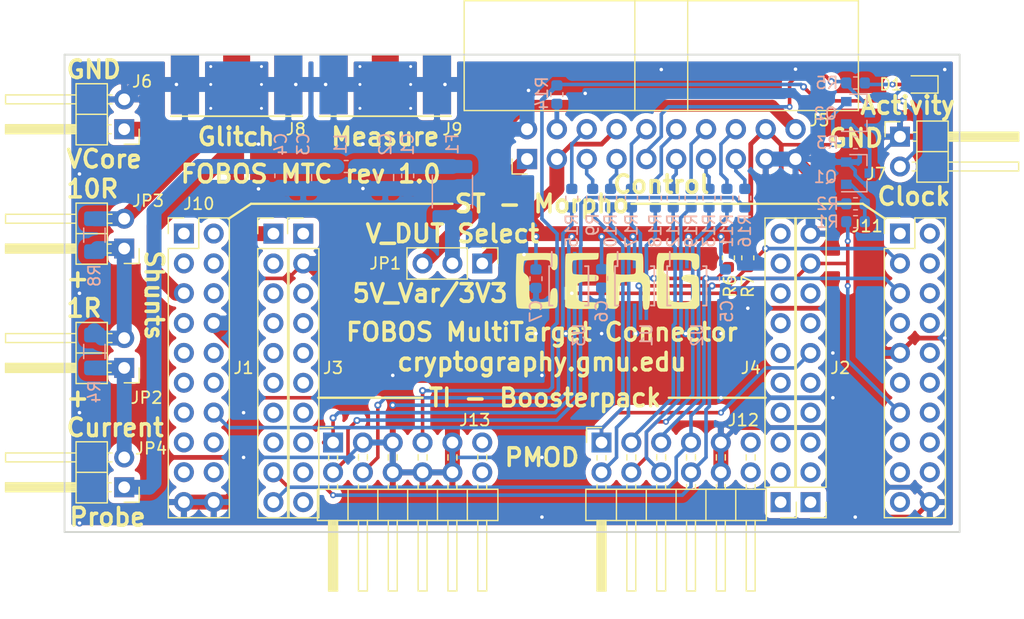
<source format=kicad_pcb>
(kicad_pcb (version 20221018) (generator pcbnew)
  (layers (0 "F.Cu" signal) (31 "B.Cu" signal) (34 "B.Paste" user) (35 "F.Paste" user) (36 "B.SilkS" user "B.Silkscreen") (37 "F.SilkS" user "F.Silkscreen") (38 "B.Mask" user) (39 "F.Mask" user) (44 "Edge.Cuts" user))
  (net 0 "")
  (net 1 "XBD_AVCC")
  (net 2 "Net-(D1-Pad2)")
  (net 3 "Net-(Q1-Pad3)")
  (net 4 "CW_3V3")
  (net 5 "Net-(Q1-Pad1)")
  (net 6 "GND")
  (net 7 "TFD")
  (net 8 "RST")
  (net 9 "Net-(C1-Pad1)")
  (net 10 "CW_5V")
  (net 11 "Net-(J2-Pad1)")
  (net 12 "Net-(J2-Pad2)")
  (net 13 "Net-(J2-Pad3)")
  (net 14 "Net-(J2-Pad4)")
  (net 15 "Net-(J2-Pad5)")
  (net 16 "Net-(J2-Pad7)")
  (net 17 "Net-(J2-Pad8)")
  (net 18 "Net-(J3-Pad10)")
  (net 19 "Net-(J3-Pad9)")
  (net 20 "Net-(J3-Pad8)")
  (net 21 "Net-(J3-Pad7)")
  (net 22 "Net-(J3-Pad6)")
  (net 23 "Net-(J3-Pad5)")
  (net 24 "Net-(J3-Pad4)")
  (net 25 "Net-(J3-Pad3)")
  (net 26 "Net-(J3-Pad1)")
  (net 27 "Net-(J4-Pad1)")
  (net 28 "Net-(J4-Pad2)")
  (net 29 "Net-(J4-Pad3)")
  (net 30 "Net-(J4-Pad4)")
  (net 31 "Net-(J4-Pad5)")
  (net 32 "Net-(J4-Pad6)")
  (net 33 "Net-(J4-Pad7)")
  (net 34 "Net-(J4-Pad8)")
  (net 35 "Net-(J4-Pad9)")
  (net 36 "Net-(J4-Pad10)")
  (net 37 "Net-(J1-Pad8)")
  (net 38 "Net-(J1-Pad7)")
  (net 39 "Net-(J1-Pad6)")
  (net 40 "Net-(J1-Pad5)")
  (net 41 "Net-(J1-Pad4)")
  (net 42 "Net-(J1-Pad3)")
  (net 43 "Net-(J1-Pad2)")
  (net 44 "Net-(J10-Pad1)")
  (net 45 "Net-(J10-Pad2)")
  (net 46 "Net-(J10-Pad3)")
  (net 47 "Net-(J10-Pad4)")
  (net 48 "Net-(J10-Pad6)")
  (net 49 "Net-(J10-Pad7)")
  (net 50 "Net-(J10-Pad9)")
  (net 51 "Net-(J10-Pad10)")
  (net 52 "Net-(J10-Pad11)")
  (net 53 "Net-(J10-Pad12)")
  (net 54 "Net-(J10-Pad13)")
  (net 55 "Net-(J10-Pad15)")
  (net 56 "Net-(J10-Pad16)")
  (net 57 "Net-(J10-Pad17)")
  (net 58 "Net-(J10-Pad18)")
  (net 59 "Net-(J11-Pad19)")
  (net 60 "Net-(J11-Pad18)")
  (net 61 "Net-(J11-Pad17)")
  (net 62 "Net-(J11-Pad16)")
  (net 63 "Net-(J11-Pad15)")
  (net 64 "Net-(J11-Pad14)")
  (net 65 "Net-(J11-Pad12)")
  (net 66 "Net-(J11-Pad11)")
  (net 67 "Net-(J11-Pad10)")
  (net 68 "Net-(J11-Pad8)")
  (net 69 "Net-(J11-Pad7)")
  (net 70 "Net-(J11-Pad6)")
  (net 71 "Net-(J11-Pad4)")
  (net 72 "Net-(J11-Pad2)")
  (net 73 "Net-(J11-Pad1)")
  (net 74 "Net-(J12-Pad6)")
  (net 75 "Net-(J12-Pad12)")
  (net 76 "Net-(J13-Pad12)")
  (net 77 "Net-(J13-Pad6)")
  (net 78 "DIO1")
  (net 79 "DIO0")
  (net 80 "IO")
  (net 81 "Ready")
  (net 82 "Valid")
  (net 83 "DIO3")
  (net 84 "DIO2")
  (net 85 "CLK_D2C")
  (net 86 "CLK_C2D")
  (net 87 "V_XBD")
  (net 88 "Net-(F1-Pad2)")
  (net 89 "TF")
  (net 90 "Net-(JP2-Pad2)")
  (net 91 "Net-(JP2-Pad1)")
  (net 92 "/dutconnect/CW_TARG2")
  (net 93 "/dutconnect/CW_TARG3")
  (net 94 "/dutconnect/CW_TARG1")
  (net 95 "/dutconnect/CW_HS2")
  (net 96 "/dutconnect/CW_HS1")
  (net 97 "/dutconnect/CW_PDIC")
  (net 98 "/dutconnect/CW_SCK")
  (net 99 "/dutconnect/CW_MISO")
  (net 100 "/dutconnect/CV_RST")
  (net 101 "/dutconnect/CW_TARG4")
  (net 102 "Aux")
  (net 103 "/dutconnect/CW_PDID")
  (footprint "LED_SMD:LED_0603_1608Metric" (layer "F.Cu") (at 166.8525 66.04 180)
    (fp_text reference "D1")
    (fp_text value "Activity")
  )
  (footprint "cerg:SMA-JOHNSON-142-0701-801" (layer "F.Cu") (at 121.285 66.04 180)
    (fp_text reference "J9")
    (fp_text value "Measure")
  )
  (footprint "Connector_PinHeader_2.54mm:PinHeader_1x10_P2.54mm_Vertical" (layer "F.Cu") (at 157.48 101.6 180)
    (fp_text reference "J2")
    (fp_text value "Conn_01x10")
  )
  (footprint "Connector_PinHeader_2.54mm:PinHeader_1x10_P2.54mm_Vertical" (layer "F.Cu") (at 114.3 78.74)
    (fp_text reference "J3")
    (fp_text value "Conn_01x10")
  )
  (footprint "Connector_PinHeader_2.54mm:PinHeader_1x10_P2.54mm_Vertical" (layer "F.Cu") (at 154.94 101.6 180)
    (fp_text reference "J4")
    (fp_text value "Conn_01x10")
  )
  (footprint "Connector_PinHeader_2.54mm:PinHeader_1x10_P2.54mm_Vertical" (layer "F.Cu") (at 111.76 78.74)
    (fp_text reference "J1")
    (fp_text value "Conn_01x10")
  )
  (footprint "Connector_IDC:IDC-Header_2x10_P2.54mm_Horizontal" (layer "F.Cu") (at 133.35 72.39 90)
    (fp_text reference "J5")
    (fp_text value "Target")
  )
  (footprint "cerg:PinHeader_2x06_P2.54mm_Horizontal-flipped" (layer "F.Cu") (at 139.7 96.52 90)
    (fp_text reference "J12")
    (fp_text value "Conn_02x06_Top_Bottom")
  )
  (footprint "cerg:PinSocket_2x10_P2.54mm_Vertical-flipped" (layer "F.Cu") (at 165.1 78.74)
    (fp_text reference "J11")
    (fp_text value "Conn_02x10_Odd_Even")
  )
  (footprint "cerg:PinHeader_2x06_P2.54mm_Horizontal-flipped" (layer "F.Cu") (at 116.85 96.52 90)
    (fp_text reference "J13")
    (fp_text value "Conn_02x06_Top_Bottom")
  )
  (footprint "Connector_PinHeader_2.54mm:PinHeader_1x02_P2.54mm_Horizontal" (layer "F.Cu") (at 99.06 90.17 180)
    (fp_text reference "JP2")
    (fp_text value "Shunt1R")
  )
  (footprint "Connector_PinHeader_2.54mm:PinHeader_1x02_P2.54mm_Horizontal" (layer "F.Cu") (at 99.06 80.01 180)
    (fp_text reference "JP3")
    (fp_text value "Shunt10R")
  )
  (footprint "Connector_PinHeader_2.54mm:PinHeader_1x03_P2.54mm_Vertical" (layer "F.Cu") (at 129.54 81.28 -90)
    (fp_text reference "JP1")
    (fp_text value "Source")
  )
  (footprint "Connector_PinHeader_2.54mm:PinHeader_1x02_P2.54mm_Horizontal" (layer "F.Cu") (at 99.06 100.33 180)
    (fp_text reference "JP4")
    (fp_text value "CurProbe")
  )
  (footprint "Connector_PinHeader_2.54mm:PinHeader_1x02_P2.54mm_Horizontal" (layer "F.Cu") (at 165.1 70.485)
    (fp_text reference "J7")
    (fp_text value "clk")
  )
  (footprint "cerg:PinSocket_2x10_P2.54mm_Vertical-flipped" (layer "F.Cu") (at 104.14 78.74)
    (fp_text reference "J10")
    (fp_text value "Conn_02x10_Odd_Even")
  )
  (footprint "Connector_PinHeader_2.54mm:PinHeader_1x02_P2.54mm_Horizontal" (layer "F.Cu") (at 99.06 69.85 180)
    (fp_text reference "J6")
    (fp_text value "Conn_01x02")
  )
  (footprint "Resistor_SMD:R_0603_1608Metric" (layer "F.Cu") (at 152.146 80.7975 90)
    (fp_text reference "R7")
    (fp_text value "10k")
  )
  (footprint "Resistor_SMD:R_0603_1608Metric" (layer "F.Cu") (at 150.495 80.7975 90)
    (fp_text reference "R6")
    (fp_text value "10k")
  )
  (footprint "cerg:SMA-JOHNSON-142-0701-801" (layer "F.Cu") (at 108.63 66.04 180)
    (fp_text reference "J8")
    (fp_text value "Glitch")
  )
  (footprint "cerg:cerg_logo" (layer "F.Cu") (at 140.208 82.804)
    (fp_text reference "G***" hide)
    (fp_text value "LOGO" hide)
  )
  (footprint "Resistor_SMD:R_1206_3216Metric" (layer "B.Cu") (at 96.52 88.77 -90)
    (fp_text reference "R4")
    (fp_text value "1R")
  )
  (footprint "Resistor_SMD:R_0603_1608Metric" (layer "B.Cu") (at 161.3155 65.913)
    (fp_text reference "R5")
    (fp_text value "470R")
  )
  (footprint "Resistor_SMD:R_0603_1608Metric" (layer "B.Cu") (at 161.3155 70.993)
    (fp_text reference "R3")
    (fp_text value "10k")
  )
  (footprint "Resistor_SMD:R_0603_1608Metric" (layer "B.Cu") (at 161.3155 76.2 180)
    (fp_text reference "R2")
    (fp_text value "10k")
  )
  (footprint "Resistor_SMD:R_0603_1608Metric" (layer "B.Cu") (at 161.3155 77.724 180)
    (fp_text reference "R1")
    (fp_text value "22R")
  )
  (footprint "Package_TO_SOT_SMD:SOT-23" (layer "B.Cu") (at 161.528 73.594)
    (fp_text reference "Q1")
    (fp_text value "BSS138")
  )
  (footprint "Package_TO_SOT_SMD:SOT-23" (layer "B.Cu") (at 161.528 68.453)
    (fp_text reference "Q2")
    (fp_text value "BSS84")
  )
  (footprint "Inductor_SMD:L_0603_1608Metric" (layer "B.Cu") (at 117.9575 73.025)
    (fp_text reference "L1")
    (fp_text value "1k/500mA")
  )
  (footprint "Capacitor_SMD:C_0805_2012Metric" (layer "B.Cu") (at 114.3 73.9625 -90)
    (fp_text reference "C3")
    (fp_text value "47uF6.3V")
  )
  (footprint "Capacitor_SMD:C_0805_2012Metric" (layer "B.Cu") (at 121.285 73.9625 -90)
    (fp_text reference "C2")
    (fp_text value "10uF")
  )
  (footprint "Capacitor_SMD:C_0603_1608Metric" (layer "B.Cu") (at 123.19 73.8125 -90)
    (fp_text reference "C1")
    (fp_text value "100nF")
  )
  (footprint "Capacitor_SMD:C_0603_1608Metric" (layer "B.Cu") (at 112.395 73.8125 -90)
    (fp_text reference "C4")
    (fp_text value "100nF")
  )
  (footprint "Fuse:Fuse_1812_4532Metric" (layer "B.Cu") (at 127 75.1625 -90)
    (fp_text reference "F1")
    (fp_text value "MF-MSMF050-2")
  )
  (footprint "Resistor_SMD:R_1206_3216Metric" (layer "B.Cu") (at 96.52 78.87 -90)
    (fp_text reference "R8")
    (fp_text value "10R")
  )
  (footprint "Package_SO:MSOP-10_3x3mm_P0.5mm" (layer "B.Cu") (at 136.906 83.185 -90)
    (fp_text reference "U3")
    (fp_text value "SP3003-04ATG")
  )
  (footprint "Resistor_SMD:R_0603_1608Metric" (layer "B.Cu") (at 151.892 75.7175 -90)
    (fp_text reference "R16")
    (fp_text value "22R")
  )
  (footprint "Package_SO:MSOP-10_3x3mm_P0.5mm" (layer "B.Cu") (at 142.51 83.185 -90)
    (fp_text reference "U1")
    (fp_text value "SP3003-04ATG")
  )
  (footprint "Capacitor_SMD:C_0603_1608Metric" (layer "B.Cu") (at 139.7 82.55 -90)
    (fp_text reference "C6")
    (fp_text value "100nF")
  )
  (footprint "Capacitor_SMD:C_0603_1608Metric" (layer "B.Cu") (at 150.241 82.5755 -90)
    (fp_text reference "C5")
    (fp_text value "100nF")
  )
  (footprint "Resistor_SMD:R_0603_1608Metric" (layer "B.Cu") (at 144.272 75.7175 90)
    (fp_text reference "R18")
    (fp_text value "22R")
  )
  (footprint "Resistor_SMD:R_0603_1608Metric" (layer "B.Cu") (at 147.32 75.7175 90)
    (fp_text reference "R19")
    (fp_text value "22R")
  )
  (footprint "Resistor_SMD:R_0603_1608Metric" (layer "B.Cu") (at 142.24 75.7175 90)
    (fp_text reference "R17")
    (fp_text value "22R")
  )
  (footprint "Resistor_SMD:R_0603_1608Metric" (layer "B.Cu") (at 137.16 75.7175 90)
    (fp_text reference "R15")
    (fp_text value "22R")
  )
  (footprint "Resistor_SMD:R_0603_1608Metric" (layer "B.Cu") (at 135.89 66.9035 -90)
    (fp_text reference "R14")
    (fp_text value "22R")
  )
  (footprint "Resistor_SMD:R_0603_1608Metric" (layer "B.Cu") (at 148.844 75.7175 -90)
    (fp_text reference "R13")
    (fp_text value "22R")
  )
  (footprint "Resistor_SMD:R_0603_1608Metric" (layer "B.Cu") (at 145.796 75.7175 -90)
    (fp_text reference "R12")
    (fp_text value "22R")
  )
  (footprint "Resistor_SMD:R_0603_1608Metric" (layer "B.Cu") (at 140.462 75.7175 -90)
    (fp_text reference "R10")
    (fp_text value "22R")
  )
  (footprint "Package_SO:MSOP-10_3x3mm_P0.5mm" (layer "B.Cu") (at 146.955 83.185 -90)
    (fp_text reference "U2")
    (fp_text value "SP3003-04ATG")
  )
  (footprint "Capacitor_SMD:C_0603_1608Metric" (layer "B.Cu") (at 134.112 82.5755 -90)
    (fp_text reference "C7")
    (fp_text value "100nF")
  )
  (footprint "Resistor_SMD:R_0603_1608Metric" (layer "B.Cu") (at 150.368 75.7175 90)
    (fp_text reference "R11")
    (fp_text value "22R")
  )
  (footprint "Resistor_SMD:R_0603_1608Metric" (layer "B.Cu") (at 138.938 75.7175 -90)
    (fp_text reference "R9")
    (fp_text value "22R")
  )
  (gr_line (start 161.925 76.2) (end 142.24 76.2) (stroke (width 0.2)) (layer "F.SilkS"))
  (gr_line (start 109.855 76.2) (end 127 76.2) (stroke (width 0.2)) (layer "F.SilkS"))
  (gr_line (start 145.415 92.71) (end 153.67 92.71) (stroke (width 0.2)) (layer "F.SilkS"))
  (gr_line (start 124.46 92.71) (end 115.57 92.71) (stroke (width 0.2)) (layer "F.SilkS"))
  (gr_line (start 163.83 77.47) (end 161.925 76.2) (stroke (width 0.2)) (layer "F.SilkS"))
  (gr_line (start 107.95 77.47) (end 109.855 76.2) (stroke (width 0.2)) (layer "F.SilkS"))
  (gr_line (start 93.98 63.5) (end 170.18 63.5) (stroke (width 0.15)) (layer "Edge.Cuts"))
  (gr_line (start 93.98 104.14) (end 93.98 63.5) (stroke (width 0.15)) (layer "Edge.Cuts"))
  (gr_line (start 170.18 63.5) (end 170.18 104.14) (stroke (width 0.15)) (layer "Edge.Cuts"))
  (gr_line (start 170.18 104.14) (end 93.98 104.14) (stroke (width 0.15)) (layer "Edge.Cuts"))
  (gr_text "GND" (at 93.98 64.77) (layer "F.SilkS") (effects (font (size 1.5 1.5) (thickness 0.3)) (justify left)))
  (gr_text "FOBOS MultiTarget Connector" (at 134.62 87.122) (layer "F.SilkS") (effects (font (size 1.5 1.5) (thickness 0.3))))
  (gr_text "+" (at 93.98 92.71) (layer "F.SilkS") (effects (font (size 1.5 1.5) (thickness 0.3)) (justify left)))
  (gr_text "TI - Boosterpack" (at 134.874 92.71) (layer "F.SilkS") (effects (font (size 1.5 1.5) (thickness 0.3))))
  (gr_text "GND" (at 163.83 70.612) (layer "F.SilkS") (effects (font (size 1.5 1.5) (thickness 0.3)) (justify right)))
  (gr_text "Activity" (at 161.56 67.818) (layer "F.SilkS") (effects (font (size 1.5 1.5) (thickness 0.3)) (justify left)))
  (gr_text "Probe" (at 94.234 102.87) (layer "F.SilkS") (effects (font (size 1.5 1.5) (thickness 0.3)) (justify left)))
  (gr_text "+" (at 93.98 82.55) (layer "F.SilkS") (effects (font (size 1.5 1.5) (thickness 0.3)) (justify left)))
  (gr_text "Current" (at 93.98 95.25) (layer "F.SilkS") (effects (font (size 1.5 1.5) (thickness 0.3)) (justify left)))
  (gr_text "VCore" (at 93.98 72.39) (layer "F.SilkS") (effects (font (size 1.5 1.5) (thickness 0.3)) (justify left)))
  (gr_text "10R" (at 93.98 74.93) (layer "F.SilkS") (effects (font (size 1.5 1.5) (thickness 0.3)) (justify left)))
  (gr_text "Measure" (at 121.285 70.485) (layer "F.SilkS") (effects (font (size 1.5 1.5) (thickness 0.3))))
  (gr_text "Control" (at 144.78 74.549) (layer "F.SilkS") (effects (font (size 1.5 1.5) (thickness 0.3))))
  (gr_text "V_DUT Select" (at 127 78.74) (layer "F.SilkS") (effects (font (size 1.5 1.5) (thickness 0.3))))
  (gr_text "Shunts" (at 101.6 80.01 270) (layer "F.SilkS") (effects (font (size 1.5 1.5) (thickness 0.3)) (justify left)))
  (gr_text "1R" (at 93.98 85.09) (layer "F.SilkS") (effects (font (size 1.5 1.5) (thickness 0.3)) (justify left)))
  (gr_text "ST - Morpho" (at 134.62 76.2) (layer "F.SilkS") (effects (font (size 1.5 1.5) (thickness 0.3))))
  (gr_text "FOBOS MTC rev 1.0" (at 114.935 73.66) (layer "F.SilkS") (effects (font (size 1.5 1.5) (thickness 0.3))))
  (gr_text "5V_Var/3V3" (at 125.095 83.82) (layer "F.SilkS") (effects (font (size 1.5 1.5) (thickness 0.3))))
  (gr_text "PMOD" (at 134.62 97.79) (layer "F.SilkS") (effects (font (size 1.5 1.5) (thickness 0.3))))
  (gr_text "Clock" (at 169.545 75.565) (layer "F.SilkS") (effects (font (size 1.5 1.5) (thickness 0.3)) (justify right)))
  (gr_text "cryptography.gmu.edu" (at 134.62 89.662) (layer "F.SilkS") (effects (font (size 1.5 1.5) (thickness 0.3))))
  (gr_text "Glitch" (at 108.585 70.485) (layer "F.SilkS") (effects (font (size 1.5 1.5) (thickness 0.3))))
  (segment (start 101.6 76.835) (end 101.6 99.91) (width 1.27) (layer "B.Cu") (net 1))
  (segment (start 101.6 99.91) (end 101.18 100.33) (width 1.27) (layer "B.Cu") (net 1))
  (segment (start 101.18 100.33) (end 99.06 100.33) (width 1.27) (layer "B.Cu") (net 1))
  (segment (start 117.17 73.025) (end 114.3 73.025) (width 1.27) (layer "B.Cu") (net 1))
  (segment (start 105.41 73.025) (end 101.6 76.835) (width 1.27) (layer "B.Cu") (net 1))
  (segment (start 112.395 73.025) (end 105.41 73.025) (width 1.27) (layer "B.Cu") (net 1))
  (segment (start 114.3 73.025) (end 112.395 73.025) (width 1.27) (layer "B.Cu") (net 1))
  (segment (start 164.465 66.04) (end 166.065 66.04) (width 0.3048) (layer "F.Cu") (net 2))
  (via (at 164.465 66.04) (size 0.508) (drill 0.254) (layers "F.Cu" "B.Cu") (net 2))
  (segment (start 164.465 66.04) (end 162.103 66.04) (width 0.3048) (layer "B.Cu") (net 2))
  (segment (start 162.528 71.545) (end 162.103 71.12) (width 0.3048) (layer "B.Cu") (net 3))
  (segment (start 161.031 69.464) (end 162.103 70.536) (width 0.3048) (layer "B.Cu") (net 3))
  (segment (start 162.103 70.536) (end 162.103 71.12) (width 0.3048) (layer "B.Cu") (net 3))
  (segment (start 160.528 69.464) (end 161.031 69.464) (width 0.3048) (layer "B.Cu") (net 3))
  (segment (start 162.528 73.594) (end 162.528 71.545) (width 0.3048) (layer "B.Cu") (net 3))
  (segment (start 133.604 77.724) (end 134.239 78.359) (width 1.27) (layer "F.Cu") (net 4))
  (segment (start 152.4 71.12) (end 152.4 78.74) (width 0.4064) (layer "F.Cu") (net 4))
  (segment (start 135.89 74.93) (end 129.54 81.28) (width 1.27) (layer "F.Cu") (net 4))
  (segment (start 152.146 78.74) (end 152.146 80.01) (width 0.3048) (layer "F.Cu") (net 4))
  (segment (start 135.89 72.39) (end 137.16 71.12) (width 0.4064) (layer "F.Cu") (net 4))
  (segment (start 154.990799 71.170799) (end 154.990799 76.149201) (width 0.4064) (layer "F.Cu") (net 4))
  (segment (start 159.334201 71.170799) (end 159.385 71.12) (width 0.3048) (layer "F.Cu") (net 4))
  (segment (start 153.67 69.85) (end 152.4 71.12) (width 0.4064) (layer "F.Cu") (net 4))
  (segment (start 140.106401 70.713599) (end 140.97 69.85) (width 0.4064) (layer "F.Cu") (net 4))
  (segment (start 150.495 80.01) (end 150.495 78.74) (width 0.3048) (layer "F.Cu") (net 4))
  (segment (start 132.08 78.74) (end 152.146 78.74) (width 1.27) (layer "F.Cu") (net 4))
  (segment (start 152.4 78.74) (end 154.94 76.2) (width 0.4064) (layer "F.Cu") (net 4))
  (segment (start 137.16 71.12) (end 139.7 71.12) (width 0.4064) (layer "F.Cu") (net 4))
  (segment (start 134.62 76.2) (end 135.255 75.565) (width 1.27) (layer "F.Cu") (net 4))
  (segment (start 139.7 71.12) (end 140.106401 70.713599) (width 0.4064) (layer "F.Cu") (net 4))
  (segment (start 154.990799 71.170799) (end 159.334201 71.170799) (width 0.3048) (layer "F.Cu") (net 4))
  (segment (start 153.67 69.85) (end 154.990799 71.170799) (width 0.4064) (layer "F.Cu") (net 4))
  (segment (start 154.990799 76.149201) (end 152.4 78.74) (width 0.4064) (layer "F.Cu") (net 4))
  (segment (start 135.89 72.39) (end 135.89 74.93) (width 1.27) (layer "F.Cu") (net 4))
  (via (at 137.16 78.994) (size 0.6) (drill 0.3) (layers "F.Cu" "B.Cu") (net 4))
  (via (at 159.385 71.12) (size 0.508) (drill 0.254) (layers "F.Cu" "B.Cu") (net 4))
  (via (at 139.7 78.994) (size 0.6) (drill 0.3) (layers "F.Cu" "B.Cu") (net 4))
  (via (at 134.112 78.994) (size 0.6) (drill 0.3) (layers "F.Cu" "B.Cu") (net 4))
  (via (at 147.100975 78.992693) (size 0.6) (drill 0.3) (layers "F.Cu" "B.Cu") (net 4))
  (via (at 149.86 78.994) (size 0.6) (drill 0.3) (layers "F.Cu" "B.Cu") (net 4))
  (via (at 142.367 78.994) (size 0.6) (drill 0.3) (layers "F.Cu" "B.Cu") (net 4))
  (segment (start 146.939 79.375) (end 146.939 79.375) (width 0.3048) (layer "B.Cu") (net 4))
  (segment (start 160.478 67.564) (end 160.528 67.564) (width 0.3048) (layer "B.Cu") (net 4))
  (segment (start 134.112 78.994) (end 134.112 81.788) (width 0.3048) (layer "B.Cu") (net 4))
  (segment (start 149.86 81.407) (end 150.241 81.788) (width 0.3048) (layer "B.Cu") (net 4))
  (segment (start 159.385 68.657) (end 160.478 67.564) (width 0.3048) (layer "B.Cu") (net 4))
  (segment (start 159.385 71.12) (end 159.385 68.657) (width 0.3048) (layer "B.Cu") (net 4))
  (segment (start 139.7 81.7625) (end 139.7 78.994) (width 0.3048) (layer "B.Cu") (net 4))
  (segment (start 142.51 79.137) (end 142.367 78.994) (width 0.3048) (layer "B.Cu") (net 4))
  (segment (start 136.906 79.248) (end 137.16 78.994) (width 0.3048) (layer "B.Cu") (net 4))
  (segment (start 146.955 79.138668) (end 147.100975 78.992693) (width 0.3048) (layer "B.Cu") (net 4))
  (segment (start 146.955 80.985) (end 146.955 79.138668) (width 0.3048) (layer "B.Cu") (net 4))
  (segment (start 136.906 80.985) (end 136.906 79.248) (width 0.3048) (layer "B.Cu") (net 4))
  (segment (start 149.86 78.994) (end 149.86 81.407) (width 0.3048) (layer "B.Cu") (net 4))
  (segment (start 142.51 80.985) (end 142.51 79.137) (width 0.3048) (layer "B.Cu") (net 4))
  (segment (start 159.385 71.12) (end 160.528 71.12) (width 0.3048) (layer "B.Cu") (net 4))
  (segment (start 160.904 74.544) (end 162.103 75.743) (width 0.3048) (layer "B.Cu") (net 5))
  (segment (start 162.103 75.743) (end 162.103 76.2) (width 0.3048) (layer "B.Cu") (net 5))
  (segment (start 162.103 76.2) (end 162.103 77.724) (width 0.3048) (layer "B.Cu") (net 5))
  (segment (start 160.528 74.544) (end 160.904 74.544) (width 0.3048) (layer "B.Cu") (net 5))
  (segment (start 116.205 66.04) (end 113.665 66.04) (width 1.27) (layer "F.Cu") (net 6))
  (segment (start 113.665 66.04) (end 113.03 66.04) (width 1.27) (layer "F.Cu") (net 6))
  (segment (start 159.385 92.71) (end 161.645599 92.71) (width 0.4064) (layer "F.Cu") (net 6))
  (segment (start 109.22 97.79) (end 109.22 97.79) (width 0.4064) (layer "F.Cu") (net 6))
  (segment (start 121.92 90.805) (end 117.221 90.805) (width 1.27) (layer "F.Cu") (net 6))
  (segment (start 109.22 93.98) (end 109.22 88.893514) (width 0.4064) (layer "F.Cu") (net 6))
  (segment (start 109.22 97.79) (end 109.22 97.79) (width 0.4064) (layer "F.Cu") (net 6))
  (segment (start 149.479 87.249) (end 149.479 87.249) (width 0.3048) (layer "F.Cu") (net 6))
  (segment (start 141.605 87.249) (end 139.7 87.249) (width 0.3048) (layer "F.Cu") (net 6))
  (segment (start 114.935 81.28) (end 114.3 81.28) (width 1.27) (layer "F.Cu") (net 6))
  (segment (start 125.349 90.805) (end 121.92 90.805) (width 1.27) (layer "F.Cu") (net 6))
  (segment (start 102.8564 97.79) (end 108.920001 97.79) (width 0.4064) (layer "F.Cu") (net 6))
  (segment (start 109.358801 82.55) (end 109.358801 84.697199) (width 0.3048) (layer "F.Cu") (net 6))
  (segment (start 168.91 87.63) (end 166.360026 87.63) (width 0.4064) (layer "F.Cu") (net 6))
  (segment (start 106.678256 101.59177) (end 104.138256 101.59177) (width 1.27) (layer "F.Cu") (net 6))
  (segment (start 156.21 72.39) (end 161.645599 77.825599) (width 1.016) (layer "F.Cu") (net 6))
  (segment (start 161.645599 85.09) (end 161.645599 86.715599) (width 1.016) (layer "F.Cu") (net 6))
  (segment (start 166.2548 70.485) (end 165.1 70.485) (width 0.3048) (layer "F.Cu") (net 6))
  (segment (start 161.645599 100.685599) (end 161.645599 98.145599) (width 0.4064) (layer "F.Cu") (net 6))
  (segment (start 139.7 87.249) (end 136.65199 87.249) (width 0.3048) (layer "F.Cu") (net 6))
  (segment (start 109.358801 84.697199) (end 107.70423 86.35177) (width 0.3048) (layer "F.Cu") (net 6))
  (segment (start 107.528255 87.201769) (end 106.678256 86.35177) (width 0.4064) (layer "F.Cu") (net 6))
  (segment (start 134.112 87.249) (end 136.65199 87.249) (width 0.3048) (layer "F.Cu") (net 6))
  (segment (start 115.316 92.71) (end 117.221 90.805) (width 0.3048) (layer "F.Cu") (net 6))
  (segment (start 142.621 87.249) (end 146.858021 87.249) (width 0.3048) (layer "F.Cu") (net 6))
  (segment (start 116.84 90.424) (end 116.84 83.185) (width 1.27) (layer "F.Cu") (net 6))
  (segment (start 109.22 99.06) (end 109.22 96.52) (width 1.27) (layer "F.Cu") (net 6))
  (segment (start 151.12 95.25) (end 158.75 95.25) (width 0.4064) (layer "F.Cu") (net 6))
  (segment (start 127 99.06) (end 127 92.456) (width 1.27) (layer "F.Cu") (net 6))
  (segment (start 146.812 87.249) (end 146.812 87.249) (width 0.3048) (layer "F.Cu") (net 6))
  (segment (start 163.82177 88.89177) (end 165.098256 88.89177) (width 1.016) (layer "F.Cu") (net 6))
  (segment (start 114.3 81.28) (end 113.03 82.55) (width 0.3048) (layer "F.Cu") (net 6))
  (segment (start 163.83 102.87) (end 161.645599 100.685599) (width 0.4064) (layer "F.Cu") (net 6))
  (segment (start 117.221 90.805) (end 116.84 90.424) (width 1.27) (layer "F.Cu") (net 6))
  (segment (start 167.638256 101.59177) (end 166.376486 100.33) (width 0.4064) (layer "F.Cu") (net 6))
  (segment (start 166.360026 102.87) (end 163.83 102.87) (width 0.4064) (layer "F.Cu") (net 6))
  (segment (start 109.22 88.893514) (end 109.22 96.52) (width 1.27) (layer "F.Cu") (net 6))
  (segment (start 108.920001 97.79) (end 108.920001 96.819999) (width 0.4064) (layer "F.Cu") (net 6))
  (segment (start 116.84 83.185) (end 114.935 81.28) (width 1.27) (layer "F.Cu") (net 6))
  (segment (start 152.019004 85.09) (end 152.146004 85.09) (width 0.3048) (layer "F.Cu") (net 6))
  (segment (start 167.64 69.0998) (end 166.2548 70.485) (width 0.3048) (layer "F.Cu") (net 6))
  (segment (start 141.605 87.249) (end 142.621 87.249) (width 0.3048) (layer "F.Cu") (net 6))
  (segment (start 110.49 92.71) (end 115.316 92.71) (width 0.3048) (layer "F.Cu") (net 6))
  (segment (start 109.22 99.06) (end 109.22 100.33) (width 1.27) (layer "F.Cu") (net 6))
  (segment (start 168.91 65.786) (end 168.656 66.04) (width 0.3048) (layer "F.Cu") (net 6))
  (segment (start 109.22 100.33) (end 107.95823 101.59177) (width 1.27) (layer "F.Cu") (net 6))
  (segment (start 167.64 66.04) (end 167.64 69.0998) (width 0.3048) (layer "F.Cu") (net 6))
  (segment (start 138.303 66.802) (end 133.731002 66.802) (width 0.3048) (layer "F.Cu") (net 6))
  (segment (start 161.645599 86.715599) (end 161.645599 92.71) (width 1.016) (layer "F.Cu") (net 6))
  (segment (start 109.22 88.893514) (end 107.528255 87.201769) (width 0.4064) (layer "F.Cu") (net 6))
  (segment (start 108.920001 96.819999) (end 109.22 96.52) (width 0.4064) (layer "F.Cu") (net 6))
  (segment (start 153.924 85.09) (end 152.146004 85.09) (width 0.3048) (layer "F.Cu") (net 6))
  (segment (start 161.645599 77.825599) (end 161.645599 85.09) (width 1.016) (layer "F.Cu") (net 6))
  (segment (start 149.860004 87.249) (end 152.019004 85.09) (width 0.3048) (layer "F.Cu") (net 6))
  (segment (start 161.645599 86.715599) (end 163.82177 88.89177) (width 1.016) (layer "F.Cu") (net 6))
  (segment (start 168.656 66.04) (end 167.64 66.04) (width 0.3048) (layer "F.Cu") (net 6))
  (segment (start 127 92.456) (end 125.349 90.805) (width 1.27) (layer "F.Cu") (net 6))
  (segment (start 159.004 85.09) (end 161.645599 85.09) (width 0.3048) (layer "F.Cu") (net 6))
  (segment (start 107.70423 86.35177) (end 106.678256 86.35177) (width 0.3048) (layer "F.Cu") (net 6))
  (segment (start 149.85 99.06) (end 149.85 96.52) (width 1.27) (layer "F.Cu") (net 6))
  (segment (start 109.22 93.98) (end 109.22 93.98) (width 0.4064) (layer "F.Cu") (net 6))
  (segment (start 107.95823 101.59177) (end 106.678256 101.59177) (width 1.27) (layer "F.Cu") (net 6))
  (segment (start 106.678256 86.35177) (end 109.22 88.893514) (width 1.27) (layer "F.Cu") (net 6))
  (segment (start 121.92 96.52) (end 121.92 93.345) (width 0.3048) (layer "F.Cu") (net 6))
  (segment (start 149.85 96.52) (end 151.12 95.25) (width 0.4064) (layer "F.Cu") (net 6))
  (segment (start 116.885 66.04) (end 116.205 66.04) (width 1.27) (layer "F.Cu") (net 6))
  (segment (start 109.22 93.98) (end 110.49 92.71) (width 0.3048) (layer "F.Cu") (net 6))
  (segment (start 153.924 85.09) (end 159.004 85.09) (width 0.4064) (layer "F.Cu") (net 6))
  (segment (start 146.858021 87.249) (end 149.860004 87.249) (width 0.3048) (layer "F.Cu") (net 6))
  (segment (start 167.638256 101.59177) (end 166.360026 102.87) (width 0.4064) (layer "F.Cu") (net 6))
  (segment (start 166.360026 87.63) (end 165.098256 88.89177) (width 0.4064) (layer "F.Cu") (net 6))
  (segment (start 158.75 95.25) (end 161.747199 92.252801) (width 0.4064) (layer "F.Cu") (net 6))
  (segment (start 133.731002 66.802) (end 133.477002 66.548) (width 0.3048) (layer "F.Cu") (net 6))
  (segment (start 113.03 82.55) (end 109.358801 82.55) (width 0.3048) (layer "F.Cu") (net 6))
  (segment (start 161.645599 92.71) (end 161.645599 98.145599) (width 1.016) (layer "F.Cu") (net 6))
  (segment (start 166.376486 100.33) (end 163.83 100.33) (width 0.4064) (layer "F.Cu") (net 6))
  (segment (start 163.83 100.33) (end 161.747199 98.247199) (width 0.4064) (layer "F.Cu") (net 6))
  (segment (start 168.91 64.77) (end 168.91 65.786) (width 0.3048) (layer "F.Cu") (net 6))
  (via (at 119.38 74.9) (size 0.6) (drill 0.3) (layers "F.Cu" "B.Cu") (net 6))
  (via (at 152.146004 85.09) (size 0.6) (drill 0.3) (layers "F.Cu" "B.Cu") (net 6))
  (via (at 146.858021 87.249) (size 0.6) (drill 0.3) (layers "F.Cu" "B.Cu") (net 6))
  (via (at 161.29 102.87) (size 0.6) (drill 0.3) (layers "F.Cu" "B.Cu") (net 6))
  (via (at 119.126 66.04) (size 0.508) (drill 0.254) (layers "F.Cu" "B.Cu") (net 6))
  (via (at 156.205394 64.741134) (size 0.6) (drill 0.3) (layers "F.Cu" "B.Cu") (net 6))
  (via (at 123.444 64.516) (size 0.508) (drill 0.254) (layers "F.Cu" "B.Cu") (net 6))
  (via (at 110.49 71.12) (size 0.6) (drill 0.3) (layers "F.Cu" "B.Cu") (net 6))
  (via (at 149.860004 87.249) (size 0.6) (drill 0.3) (layers "F.Cu" "B.Cu") (net 6))
  (via (at 106.426 68.072) (size 0.508) (drill 0.254) (layers "F.Cu" "B.Cu") (net 6))
  (via (at 106.426 64.516) (size 0.508) (drill 0.254) (layers "F.Cu" "B.Cu") (net 6))
  (via (at 119.126 64.516) (size 0.508) (drill 0.254) (layers "F.Cu" "B.Cu") (net 6))
  (via (at 121.92 93.345) (size 0.6) (drill 0.3) (layers "F.Cu" "B.Cu") (net 6))
  (via (at 121.92 90.805) (size 0.6) (drill 0.3) (layers "F.Cu" "B.Cu") (net 6))
  (via (at 106.426 66.04) (size 0.508) (drill 0.254) (layers "F.Cu" "B.Cu") (net 6))
  (via (at 110.744 64.516) (size 0.508) (drill 0.254) (layers "F.Cu" "B.Cu") (net 6))
  (via (at 134.62 97.79) (size 0.6) (drill 0.3) (layers "F.Cu" "B.Cu") (net 6))
  (via (at 119.126 68.072) (size 0.508) (drill 0.254) (layers "F.Cu" "B.Cu") (net 6))
  (via (at 113.665 66.04) (size 0.6) (drill 0.3) (layers "F.Cu" "B.Cu") (net 6))
  (via (at 123.444 68.072) (size 0.508) (drill 0.254) (layers "F.Cu" "B.Cu") (net 6))
  (via (at 142.621 87.249) (size 0.6) (drill 0.3) (layers "F.Cu" "B.Cu") (net 6))
  (via (at 126.365 66.04) (size 0.6) (drill 0.3) (layers "F.Cu" "B.Cu") (net 6))
  (via (at 133.096 80.518) (size 0.6) (drill 0.3) (layers "F.Cu" "B.Cu") (net 6))
  (via (at 136.65199 87.249) (size 0.6) (drill 0.3) (layers "F.Cu" "B.Cu") (net 6))
  (via (at 109.22 93.98) (size 0.6) (drill 0.3) (layers "F.Cu" "B.Cu") (net 6))
  (via (at 95.25 93.98) (size 0.6) (drill 0.3) (layers "F.Cu" "B.Cu") (net 6))
  (via (at 133.477002 66.548) (size 0.6) (drill 0.3) (layers "F.Cu" "B.Cu") (net 6))
  (via (at 95.25 73.66) (size 0.6) (drill 0.3) (layers "F.Cu" "B.Cu") (net 6))
  (via (at 116.205 66.04) (size 0.6) (drill 0.3) (layers "F.Cu" "B.Cu") (net 6))
  (via (at 149.86 92.71) (size 0.6) (drill 0.3) (layers "F.Cu" "B.Cu") (net 6))
  (via (at 159.385 92.71) (size 0.6) (drill 0.3) (layers "F.Cu" "B.Cu") (net 6))
  (via (at 103.505 66.04) (size 0.6) (drill 0.3) (layers "F.Cu" "B.Cu") (net 6))
  (via (at 109.22 97.79) (size 0.6) (drill 0.3) (layers "F.Cu" "B.Cu") (net 6))
  (via (at 168.91 87.63) (size 0.6) (drill 0.3) (layers "F.Cu" "B.Cu") (net 6))
  (via (at 95.25 103.378) (size 0.6) (drill 0.3) (layers "F.Cu" "B.Cu") (net 6))
  (via (at 134.112 87.249) (size 0.6) (drill 0.3) (layers "F.Cu" "B.Cu") (net 6))
  (via (at 159.385 88.9) (size 0.6) (drill 0.3) (layers "F.Cu" "B.Cu") (net 6))
  (via (at 123.444 66.04) (size 0.508) (drill 0.254) (layers "F.Cu" "B.Cu") (net 6))
  (via (at 110.744 68.072) (size 0.508) (drill 0.254) (layers "F.Cu" "B.Cu") (net 6))
  (via (at 110.744 66.04) (size 0.508) (drill 0.254) (layers "F.Cu" "B.Cu") (net 6))
  (via (at 158.115 68.58) (size 0.6) (drill 0.3) (layers "F.Cu" "B.Cu") (net 6))
  (via (at 168.91 64.77) (size 0.6) (drill 0.3) (layers "F.Cu" "B.Cu") (net 6))
  (via (at 144.78 64.77) (size 0.6) (drill 0.3) (layers "F.Cu" "B.Cu") (net 6))
  (via (at 134.62 90.805) (size 0.6) (drill 0.3) (layers "F.Cu" "B.Cu") (net 6))
  (via (at 138.303 66.802) (size 0.6) (drill 0.3) (layers "F.Cu" "B.Cu") (net 6))
  (via (at 119.38 71.12) (size 0.6) (drill 0.3) (layers "F.Cu" "B.Cu") (net 6))
  (via (at 139.7 87.249) (size 0.6) (drill 0.3) (layers "F.Cu" "B.Cu") (net 6))
  (via (at 95.25 83.82) (size 0.6) (drill 0.3) (layers "F.Cu" "B.Cu") (net 6))
  (via (at 134.62 102.87) (size 0.6) (drill 0.3) (layers "F.Cu" "B.Cu") (net 6))
  (via (at 110.49 74.93) (size 0.6) (drill 0.3) (layers "F.Cu" "B.Cu") (net 6))
  (segment (start 123.444 66.04) (end 119.126 66.04) (width 1.27) (layer "B.Cu") (net 6))
  (segment (start 119.126 66.04) (end 116.205 66.04) (width 1.27) (layer "B.Cu") (net 6))
  (segment (start 110.744 66.04) (end 106.426 66.04) (width 1.27) (layer "B.Cu") (net 6))
  (segment (start 106.426 66.04) (end 103.505 66.04) (width 1.27) (layer "B.Cu") (net 6))
  (segment (start 119.38 74.9) (end 121.285 74.9) (width 1.27) (layer "B.Cu") (net 6))
  (segment (start 158.115 68.58) (end 158.115 70.485) (width 1.27) (layer "B.Cu") (net 6))
  (segment (start 134.62 97.79) (end 134.62 97.79) (width 0.3048) (layer "B.Cu") (net 6))
  (segment (start 136.906 64.77) (end 135.255002 64.77) (width 1.27) (layer "B.Cu") (net 6))
  (segment (start 114.3 81.28) (end 115.57 81.28) (width 1.27) (layer "B.Cu") (net 6))
  (segment (start 131.445 69.33) (end 128.155 66.04) (width 1.27) (layer "B.Cu") (net 6))
  (segment (start 134.112 83.363) (end 134.112 87.249) (width 0.3048) (layer "B.Cu") (net 6))
  (segment (start 159.385 94.615) (end 158.75 95.25) (width 0.4064) (layer "B.Cu") (net 6))
  (segment (start 159.9905 76.2) (end 157.48 76.2) (width 0.3048) (layer "B.Cu") (net 6))
  (segment (start 139.7 83.3375) (end 139.7 87.249) (width 0.3048) (layer "B.Cu") (net 6))
  (segment (start 113.03 66.04) (end 110.744 66.04) (width 1.27) (layer "B.Cu") (net 6))
  (segment (start 161.2828 73.747442) (end 161.957358 74.422) (width 0.3048) (layer "B.Cu") (net 6))
  (segment (start 158.75 95.25) (end 153.67 95.25) (width 0.4064) (layer "B.Cu") (net 6))
  (segment (start 157.48 73.66) (end 156.21 72.39) (width 0.8128) (layer "B.Cu") (net 6))
  (segment (start 160.578 72.644) (end 161.2828 73.3488) (width 0.3048) (layer "B.Cu") (net 6))
  (segment (start 164.749199 68.229199) (end 164.749199 66.898801) (width 0.3048) (layer "B.Cu") (net 6))
  (segment (start 130.937 70.993) (end 131.445 70.485) (width 1.27) (layer "B.Cu") (net 6))
  (segment (start 157.48 77.165) (end 157.48 78.74) (width 0.3048) (layer "B.Cu") (net 6))
  (segment (start 156.632644 67.097644) (end 156.083 66.548) (width 0.3048) (layer "B.Cu") (net 6))
  (segment (start 121.92 93.345) (end 135.636 93.345) (width 0.3048) (layer "B.Cu") (net 6))
  (segment (start 125.685 66.04) (end 123.444 66.04) (width 1.27) (layer "B.Cu") (net 6))
  (segment (start 136.906 87.884) (end 136.906 87.50301) (width 0.3048) (layer "B.Cu") (net 6))
  (segment (start 158.115 65.857834) (end 157.357344 65.100178) (width 1.27) (layer "B.Cu") (net 6))
  (segment (start 132.08 69.85) (end 133.35 69.85) (width 1.27) (layer "B.Cu") (net 6))
  (segment (start 142.51 87.138) (end 142.621 87.249) (width 0.3048) (layer "B.Cu") (net 6))
  (segment (start 131.445 70.485) (end 132.08 69.85) (width 1.27) (layer "B.Cu") (net 6))
  (segment (start 119.38 96.52) (end 118.11 97.79) (width 0.3048) (layer "B.Cu") (net 6))
  (segment (start 133.35 66.675002) (end 133.477002 66.548) (width 1.27) (layer "B.Cu") (net 6))
  (segment (start 121.92 99.06) (end 124.46 99.06) (width 0.3048) (layer "B.Cu") (net 6))
  (segment (start 135.255002 64.77) (end 133.777001 66.248001) (width 1.27) (layer "B.Cu") (net 6))
  (segment (start 127 97.79) (end 127 96.52) (width 0.3048) (layer "B.Cu") (net 6))
  (segment (start 161.957358 74.422) (end 163.098642 74.422) (width 0.3048) (layer "B.Cu") (net 6))
  (segment (start 116.84 80.01) (end 116.84 74.9) (width 1.27) (layer "B.Cu") (net 6))
  (segment (start 165.608 64.77) (end 168.91 64.77) (width 0.3048) (layer "B.Cu") (net 6))
  (segment (start 159.385 95.25) (end 159.385 92.71) (width 0.4064) (layer "B.Cu") (net 6))
  (segment (start 142.51 85.385) (end 142.51 87.138) (width 0.3048) (layer "B.Cu") (net 6))
  (segment (start 156.629658 64.741134) (end 156.205394 64.741134) (width 0.3048) (layer "B.Cu") (net 6))
  (segment (start 109.22 77.775) (end 112.095 74.9) (width 1.27) (layer "B.Cu") (net 6))
  (segment (start 115.57 81.28) (end 116.84 80.01) (width 1.27) (layer "B.Cu") (net 6))
  (segment (start 157.48 77.47) (end 157.29741 77.28741) (width 0.508) (layer "B.Cu") (net 6))
  (segment (start 160.528 72.644) (end 160.578 72.644) (width 0.3048) (layer "B.Cu") (net 6))
  (segment (start 114.3 74.9) (end 116.84 74.9) (width 1.27) (layer "B.Cu") (net 6))
  (segment (start 159.385 92.71) (end 159.385 94.615) (width 0.4064) (layer "B.Cu") (net 6))
  (segment (start 128.681 74.9) (end 130.937 72.644) (width 1.27) (layer "B.Cu") (net 6))
  (segment (start 158.115 67.097644) (end 156.632644 67.097644) (width 0.3048) (layer "B.Cu") (net 6))
  (segment (start 165.608 66.04) (end 165.608 64.77) (width 0.3048) (layer "B.Cu") (net 6))
  (segment (start 124.46 99.06) (end 127 99.06) (width 0.3048) (layer "B.Cu") (net 6))
  (segment (start 135.636 93.345) (end 136.906 92.075) (width 0.3048) (layer "B.Cu") (net 6))
  (segment (start 127 97.79) (end 134.62 97.79) (width 0.3048) (layer "B.Cu") (net 6))
  (segment (start 146.955 85.385) (end 146.955 87.152021) (width 0.3048) (layer "B.Cu") (net 6))
  (segment (start 149.860004 83.743996) (end 150.241 83.363) (width 0.3048) (layer "B.Cu") (net 6))
  (segment (start 116.885 66.04) (end 113.03 66.04) (width 1.27) (layer "B.Cu") (net 6))
  (segment (start 136.906 87.884) (end 136.906 86.99499) (width 0.3048) (layer "B.Cu") (net 6))
  (segment (start 136.906 86.99499) (end 136.65199 87.249) (width 0.3048) (layer "B.Cu") (net 6))
  (segment (start 161.2828 73.3488) (end 161.2828 73.747442) (width 0.3048) (layer "B.Cu") (net 6))
  (segment (start 136.906 87.50301) (end 136.65199 87.249) (width 0.3048) (layer "B.Cu") (net 6))
  (segment (start 106.678256 86.35177) (end 107.95823 86.35177) (width 1.27) (layer "B.Cu") (net 6))
  (segment (start 138.303 66.57819) (end 138.303 66.802) (width 0.3048) (layer "B.Cu") (net 6))
  (segment (start 163.576 71.882) (end 164.973 70.485) (width 0.3048) (layer "B.Cu") (net 6))
  (segment (start 136.906 85.385) (end 136.906 86.99499) (width 0.3048) (layer "B.Cu") (net 6))
  (segment (start 163.098642 74.422) (end 163.576 73.944642) (width 0.3048) (layer "B.Cu") (net 6))
  (segment (start 159.512 72.39) (end 159.766 72.644) (width 0.3048) (layer "B.Cu") (net 6))
  (segment (start 165.579134 64.741134) (end 156.629658 64.741134) (width 0.3048) (layer "B.Cu") (net 6))
  (segment (start 118.11 97.79) (end 109.22 97.79) (width 0.3048) (layer "B.Cu") (net 6))
  (segment (start 136.906 92.075) (end 136.906 87.884) (width 0.3048) (layer "B.Cu") (net 6))
  (segment (start 109.22 85.09) (end 109.22 77.775) (width 1.27) (layer "B.Cu") (net 6))
  (segment (start 107.95823 86.35177) (end 109.22 85.09) (width 1.27) (layer "B.Cu") (net 6))
  (segment (start 165.608 64.77) (end 165.579134 64.741134) (width 0.3048) (layer "B.Cu") (net 6))
  (segment (start 160.528 76.2) (end 159.9905 76.2) (width 0.3048) (layer "B.Cu") (net 6))
  (segment (start 153.67 72.39) (end 156.21 72.39) (width 1.27) (layer "B.Cu") (net 6))
  (segment (start 156.083 66.548) (end 138.27281 66.548) (width 0.4064) (layer "B.Cu") (net 6))
  (segment (start 153.66 92.71) (end 149.85 96.52) (width 0.4064) (layer "B.Cu") (net 6))
  (segment (start 157.48 78.74) (end 157.48 77.47) (width 0.8128) (layer "B.Cu") (net 6))
  (segment (start 103.505 66.04) (end 100.33 66.04) (width 1.27) (layer "B.Cu") (net 6))
  (segment (start 157.48 77.47) (end 157.48 76.2) (width 0.8128) (layer "B.Cu") (net 6))
  (segment (start 121.92 96.52) (end 121.92 99.06) (width 0.3048) (layer "B.Cu") (net 6))
  (segment (start 133.35 69.85) (end 133.35 66.675002) (width 1.27) (layer "B.Cu") (net 6))
  (segment (start 165.1 70.485) (end 165.1 68.58) (width 0.3048) (layer "B.Cu") (net 6))
  (segment (start 167.638256 101.59177) (end 166.376486 100.33) (width 0.4064) (layer "B.Cu") (net 6))
  (segment (start 146.955 87.152021) (end 146.858021 87.249) (width 0.3048) (layer "B.Cu") (net 6))
  (segment (start 133.777001 66.248001) (end 133.477002 66.548) (width 1.27) (layer "B.Cu") (net 6))
  (segment (start 164.973 70.485) (end 165.1 70.485) (width 0.3048) (layer "B.Cu") (net 6))
  (segment (start 137.236178 65.100178) (end 136.906 64.77) (width 1.27) (layer "B.Cu") (net 6))
  (segment (start 112.095 74.9) (end 112.425 74.9) (width 1.27) (layer "B.Cu") (net 6))
  (segment (start 156.21 72.39) (end 159.512 72.39) (width 0.3048) (layer "B.Cu") (net 6))
  (segment (start 159.766 72.644) (end 160.528 72.644) (width 0.3048) (layer "B.Cu") (net 6))
  (segment (start 131.445 70.485) (end 131.445 69.33) (width 1.27) (layer "B.Cu") (net 6))
  (segment (start 164.749199 66.898801) (end 165.608 66.04) (width 0.3048) (layer "B.Cu") (net 6))
  (segment (start 157.48 76.2) (end 157.48 73.66) (width 0.8128) (layer "B.Cu") (net 6))
  (segment (start 149.860004 87.249) (end 149.860004 83.743996) (width 0.3048) (layer "B.Cu") (net 6))
  (segment (start 121.285 74.9) (end 128.681 74.9) (width 1.27) (layer "B.Cu") (net 6))
  (segment (start 138.27281 66.548) (end 138.303 66.57819) (width 0.3048) (layer "B.Cu") (net 6))
  (segment (start 157.357344 65.100178) (end 137.236178 65.100178) (width 1.27) (layer "B.Cu") (net 6))
  (segment (start 158.115 70.485) (end 157.073599 71.526401) (width 1.27) (layer "B.Cu") (net 6))
  (segment (start 127 99.06) (end 127 97.79) (width 0.3048) (layer "B.Cu") (net 6))
  (segment (start 128.155 66.04) (end 125.685 66.04) (width 1.27) (layer "B.Cu") (net 6))
  (segment (start 158.115 67.097644) (end 158.115 65.857834) (width 1.27) (layer "B.Cu") (net 6))
  (segment (start 166.376486 100.33) (end 163.195 100.33) (width 0.4064) (layer "B.Cu") (net 6))
  (segment (start 159.385 92.71) (end 153.66 92.71) (width 0.4064) (layer "B.Cu") (net 6))
  (segment (start 114.3 74.9) (end 112.425 74.9) (width 1.27) (layer "B.Cu") (net 6))
  (segment (start 158.115 67.097644) (end 158.115 68.58) (width 1.27) (layer "B.Cu") (net 6))
  (segment (start 157.073599 71.526401) (end 156.21 72.39) (width 1.27) (layer "B.Cu") (net 6))
  (segment (start 121.92 96.52) (end 119.38 96.52) (width 0.4064) (layer "B.Cu") (net 6))
  (segment (start 116.84 74.9) (end 119.38 74.9) (width 1.27) (layer "B.Cu") (net 6))
  (segment (start 130.937 72.644) (end 130.937 70.993) (width 1.27) (layer "B.Cu") (net 6))
  (segment (start 100.33 66.04) (end 99.06 67.31) (width 1.27) (layer "B.Cu") (net 6))
  (segment (start 163.576 73.944642) (end 163.576 71.882) (width 0.3048) (layer "B.Cu") (net 6))
  (segment (start 165.1 68.58) (end 164.749199 68.229199) (width 0.3048) (layer "B.Cu") (net 6))
  (segment (start 116.84 94.4324) (end 116.84 96.52) (width 0.3048) (layer "F.Cu") (net 7))
  (segment (start 157.48 81.28) (end 160.655 81.28) (width 0.3048) (layer "F.Cu") (net 7))
  (segment (start 137.584264 83.82) (end 137.16 83.82) (width 0.3048) (layer "F.Cu") (net 7))
  (segment (start 156.21 82.55) (end 152.4 82.55) (width 0.3048) (layer "F.Cu") (net 7))
  (segment (start 160.655 81.28) (end 160.655 83.185) (width 0.3048) (layer "F.Cu") (net 7))
  (segment (start 116.84 96.52) (end 116.08429 96.52) (width 0.4064) (layer "F.Cu") (net 7))
  (segment (start 160.655 81.28) (end 160.655 79.375) (width 0.3048) (layer "F.Cu") (net 7))
  (segment (start 151.13 83.82) (end 137.584264 83.82) (width 0.3048) (layer "F.Cu") (net 7))
  (segment (start 157.48 81.28) (end 156.21 82.55) (width 0.3048) (layer "F.Cu") (net 7))
  (segment (start 152.4 82.55) (end 151.13 83.82) (width 0.3048) (layer "F.Cu") (net 7))
  (via (at 160.655 79.375) (size 0.508) (drill 0.254) (layers "F.Cu" "B.Cu") (net 7))
  (via (at 137.16 83.82) (size 0.6) (drill 0.3) (layers "F.Cu" "B.Cu") (net 7))
  (via (at 116.84 94.4324) (size 0.6) (drill 0.3) (layers "F.Cu" "B.Cu") (net 7))
  (via (at 160.655 83.185) (size 0.508) (drill 0.254) (layers "F.Cu" "B.Cu") (net 7))
  (segment (start 160.655 77.851) (end 160.528 77.724) (width 0.3048) (layer "B.Cu") (net 7))
  (segment (start 117.2924 93.98) (end 117.139999 94.132401) (width 0.3048) (layer "B.Cu") (net 7))
  (segment (start 160.655 83.185) (end 160.655 89.528514) (width 0.3048) (layer "B.Cu") (net 7))
  (segment (start 135.763 93.98) (end 117.2924 93.98) (width 0.3048) (layer "B.Cu") (net 7))
  (segment (start 160.655 89.528514) (end 165.098256 93.97177) (width 0.3048) (layer "B.Cu") (net 7))
  (segment (start 137.406 85.385) (end 137.406 92.337) (width 0.3048) (layer "B.Cu") (net 7))
  (segment (start 137.406 85.385) (end 137.406 84.066) (width 0.3048) (layer "B.Cu") (net 7))
  (segment (start 137.406 92.337) (end 135.763 93.98) (width 0.3048) (layer "B.Cu") (net 7))
  (segment (start 160.655 79.375) (end 160.655 77.851) (width 0.3048) (layer "B.Cu") (net 7))
  (segment (start 137.406 84.066) (end 137.16 83.82) (width 0.3048) (layer "B.Cu") (net 7))
  (segment (start 117.139999 94.132401) (end 116.84 94.4324) (width 0.3048) (layer "B.Cu") (net 7))
  (segment (start 137.406 80.985) (end 137.406 85.385) (width 0.3048) (layer "B.Cu") (net 7))
  (segment (start 149.500804 93.98) (end 149.860014 93.98) (width 0.3048) (layer "F.Cu") (net 8))
  (segment (start 139.69 96.52) (end 139.69 95.3652) (width 0.3048) (layer "F.Cu") (net 8))
  (segment (start 139.69 95.3652) (end 141.0752 93.98) (width 0.3048) (layer "F.Cu") (net 8))
  (segment (start 141.0752 93.98) (end 149.500804 93.98) (width 0.3048) (layer "F.Cu") (net 8))
  (via (at 149.860014 93.98) (size 0.508) (drill 0.254) (layers "F.Cu" "B.Cu") (net 8))
  (segment (start 153.670014 90.17) (end 150.114013 93.726001) (width 0.3048) (layer "B.Cu") (net 8))
  (segment (start 156.21 90.17) (end 153.670014 90.17) (width 0.3048) (layer "B.Cu") (net 8))
  (segment (start 141.51 80.985) (end 141.51 85.385) (width 0.3048) (layer "B.Cu") (net 8))
  (segment (start 141.51 79.788) (end 138.938 77.216) (width 0.3048) (layer "B.Cu") (net 8))
  (segment (start 157.48 88.9) (end 156.21 90.17) (width 0.3048) (layer "B.Cu") (net 8))
  (segment (start 141.51 85.385) (end 141.51 93.5452) (width 0.3048) (layer "B.Cu") (net 8))
  (segment (start 107.956486 95.25) (end 139.7 95.25) (width 0.3048) (layer "B.Cu") (net 8))
  (segment (start 106.678256 93.97177) (end 107.956486 95.25) (width 0.3048) (layer "B.Cu") (net 8))
  (segment (start 138.938 77.0425) (end 138.938 76.505) (width 0.3048) (layer "B.Cu") (net 8))
  (segment (start 138.938 77.216) (end 138.938 77.0425) (width 0.3048) (layer "B.Cu") (net 8))
  (segment (start 141.51 80.985) (end 141.51 79.788) (width 0.3048) (layer "B.Cu") (net 8))
  (segment (start 150.114013 93.726001) (end 149.860014 93.98) (width 0.3048) (layer "B.Cu") (net 8))
  (segment (start 139.69 95.3652) (end 139.69 96.52) (width 0.3048) (layer "B.Cu") (net 8))
  (segment (start 141.51 93.5452) (end 139.69 95.3652) (width 0.3048) (layer "B.Cu") (net 8))
  (segment (start 123.19 73.025) (end 121.285 73.025) (width 1.27) (layer "B.Cu") (net 9))
  (segment (start 121.285 73.025) (end 118.745 73.025) (width 1.27) (layer "B.Cu") (net 9))
  (segment (start 127 73.025) (end 123.19 73.025) (width 1.27) (layer "B.Cu") (net 9))
  (segment (start 124.46 81.28) (end 131.445 74.295) (width 1.27) (layer "F.Cu") (net 10))
  (segment (start 131.445 74.295) (end 133.35 72.39) (width 1.27) (layer "F.Cu") (net 10))
  (segment (start 154.219211 67.859211) (end 133.085267 67.859211) (width 1.016) (layer "F.Cu") (net 10))
  (segment (start 133.085267 67.859211) (end 131.445 69.499478) (width 1.016) (layer "F.Cu") (net 10))
  (segment (start 156.21 69.85) (end 154.219211 67.859211) (width 1.016) (layer "F.Cu") (net 10))
  (segment (start 131.445 69.499478) (end 131.445 74.295) (width 1.016) (layer "F.Cu") (net 10))
  (segment (start 150.495 81.585) (end 149.53 82.55) (width 0.3048) (layer "F.Cu") (net 78))
  (segment (start 149.53 82.55) (end 149.53 82.55) (width 0.3048) (layer "F.Cu") (net 78))
  (segment (start 148.59 82.55) (end 144.145 82.55) (width 0.3048) (layer "F.Cu") (net 78))
  (segment (start 149.53 82.55) (end 148.59 82.55) (width 0.3048) (layer "F.Cu") (net 78))
  (via (at 148.59 82.55) (size 0.6) (drill 0.3) (layers "F.Cu" "B.Cu") (net 78))
  (via (at 144.145 82.55) (size 0.6) (drill 0.3) (layers "F.Cu" "B.Cu") (net 78))
  (segment (start 148.59 82.55) (end 163.836486 82.55) (width 0.3048) (layer "B.Cu") (net 78))
  (segment (start 163.836486 82.55) (end 165.098256 83.81177) (width 0.3048) (layer "B.Cu") (net 78))
  (segment (start 113.03 100.33) (end 112.609999 100.750001) (width 0.3048) (layer "B.Cu") (net 78))
  (segment (start 147.31 96.52) (end 146.05 97.78) (width 0.3048) (layer "B.Cu") (net 78))
  (segment (start 143.51 80.985) (end 143.51 85.385) (width 0.3048) (layer "B.Cu") (net 78))
  (segment (start 147.31 96.52) (end 147.31 94.244) (width 0.3048) (layer "B.Cu") (net 78))
  (segment (start 148.41221 82.72779) (end 148.59 82.55) (width 0.3048) (layer "B.Cu") (net 78))
  (segment (start 147.31 94.244) (end 148.41221 93.14179) (width 0.3048) (layer "B.Cu") (net 78))
  (segment (start 143.51 82.296) (end 143.764 82.55) (width 0.3048) (layer "B.Cu") (net 78))
  (segment (start 146.05 99.695) (end 145.415 100.33) (width 0.3048) (layer "B.Cu") (net 78))
  (segment (start 148.41221 93.14179) (end 148.41221 82.72779) (width 0.3048) (layer "B.Cu") (net 78))
  (segment (start 143.51 80.985) (end 143.51 82.296) (width 0.3048) (layer "B.Cu") (net 78))
  (segment (start 144.272 78.994) (end 144.272 76.505) (width 0.3048) (layer "B.Cu") (net 78))
  (segment (start 112.609999 100.750001) (end 111.76 101.6) (width 0.3048) (layer "B.Cu") (net 78))
  (segment (start 143.51 79.756) (end 144.272 78.994) (width 0.3048) (layer "B.Cu") (net 78))
  (segment (start 143.51 80.985) (end 143.51 79.756) (width 0.3048) (layer "B.Cu") (net 78))
  (segment (start 145.415 100.33) (end 113.03 100.33) (width 0.3048) (layer "B.Cu") (net 78))
  (segment (start 146.05 97.78) (end 146.05 99.695) (width 0.3048) (layer "B.Cu") (net 78))
  (segment (start 143.764 82.55) (end 144.145 82.55) (width 0.3048) (layer "B.Cu") (net 78))
  (segment (start 149.098 83.185) (end 150.546 83.185) (width 0.3048) (layer "F.Cu") (net 79))
  (segment (start 116.84 101.003999) (end 116.166001 100.33) (width 0.3048) (layer "F.Cu") (net 79))
  (segment (start 116.166001 100.33) (end 113.03 100.33) (width 0.3048) (layer "F.Cu") (net 79))
  (segment (start 151.684388 82.046612) (end 152.146 81.585) (width 0.3048) (layer "F.Cu") (net 79))
  (segment (start 152.146 81.534) (end 153.67 80.01) (width 0.3048) (layer "F.Cu") (net 79))
  (segment (start 112.609999 99.909999) (end 111.76 99.06) (width 0.3048) (layer "F.Cu") (net 79))
  (segment (start 142.875 83.185) (end 149.098 83.185) (width 0.3048) (layer "F.Cu") (net 79))
  (segment (start 152.146 81.585) (end 152.146 81.534) (width 0.3048) (layer "F.Cu") (net 79))
  (segment (start 113.03 100.33) (end 112.609999 99.909999) (width 0.3048) (layer "F.Cu") (net 79))
  (segment (start 150.546 83.185) (end 151.684388 82.046612) (width 0.3048) (layer "F.Cu") (net 79))
  (via (at 142.875 83.185) (size 0.6) (drill 0.3) (layers "F.Cu" "B.Cu") (net 79))
  (via (at 153.67 80.01) (size 0.6) (drill 0.3) (layers "F.Cu" "B.Cu") (net 79))
  (via (at 116.84 101.003999) (size 0.508) (drill 0.254) (layers "F.Cu" "B.Cu") (net 79))
  (via (at 149.098 83.185) (size 0.6) (drill 0.3) (layers "F.Cu" "B.Cu") (net 79))
  (segment (start 142.24 77.978) (end 142.24 76.505) (width 0.3048) (layer "B.Cu") (net 79))
  (segment (start 143.002 78.74) (end 142.24 77.978) (width 0.3048) (layer "B.Cu") (net 79))
  (segment (start 143.01 80.985) (end 143.002 80.977) (width 0.3048) (layer "B.Cu") (net 79))
  (segment (start 148.159999 98.210001) (end 147.31 99.06) (width 0.3048) (layer "B.Cu") (net 79))
  (segment (start 143.01 85.385) (end 143.01 80.985) (width 0.3048) (layer "B.Cu") (net 79))
  (segment (start 147.31 100.262081) (end 146.568082 101.003999) (width 0.3048) (layer "B.Cu") (net 79))
  (segment (start 153.67 80.01) (end 163.836486 80.01) (width 0.3048) (layer "B.Cu") (net 79))
  (segment (start 143.01 83.05) (end 142.875 83.185) (width 0.3048) (layer "B.Cu") (net 79))
  (segment (start 163.836486 80.01) (end 165.098256 81.27177) (width 0.3048) (layer "B.Cu") (net 79))
  (segment (start 148.869421 83.413579) (end 148.869421 93.446579) (width 0.3048) (layer "B.Cu") (net 79))
  (segment (start 147.31 99.06) (end 147.31 100.262081) (width 0.3048) (layer "B.Cu") (net 79))
  (segment (start 117.19921 101.003999) (end 116.84 101.003999) (width 0.3048) (layer "B.Cu") (net 79))
  (segment (start 148.59 93.726) (end 148.59 97.78) (width 0.3048) (layer "B.Cu") (net 79))
  (segment (start 143.01 80.985) (end 143.01 83.05) (width 0.3048) (layer "B.Cu") (net 79))
  (segment (start 143.002 80.977) (end 143.002 78.74) (width 0.3048) (layer "B.Cu") (net 79))
  (segment (start 148.869421 93.446579) (end 148.59 93.726) (width 0.3048) (layer "B.Cu") (net 79))
  (segment (start 148.59 97.78) (end 148.159999 98.210001) (width 0.3048) (layer "B.Cu") (net 79))
  (segment (start 149.098 83.185) (end 148.869421 83.413579) (width 0.3048) (layer "B.Cu") (net 79))
  (segment (start 146.568082 101.003999) (end 117.19921 101.003999) (width 0.3048) (layer "B.Cu") (net 79))
  (segment (start 140.462 77.0425) (end 140.462 76.505) (width 0.3048) (layer "B.Cu") (net 80))
  (segment (start 140.325 98.425) (end 139.69 99.06) (width 0.3048) (layer "B.Cu") (net 80))
  (segment (start 140.335 98.425) (end 140.325 98.425) (width 0.3048) (layer "B.Cu") (net 80))
  (segment (start 140.462 77.978) (end 140.462 77.0425) (width 0.3048) (layer "B.Cu") (net 80))
  (segment (start 142.01 85.385) (end 141.986 85.409) (width 0.3048) (layer "B.Cu") (net 80))
  (segment (start 140.97 95.25) (end 140.97 97.79) (width 0.3048) (layer "B.Cu") (net 80))
  (segment (start 140.97 97.79) (end 140.335 98.425) (width 0.3048) (layer "B.Cu") (net 80))
  (segment (start 141.986 94.234) (end 140.97 95.25) (width 0.3048) (layer "B.Cu") (net 80))
  (segment (start 142.01 79.526) (end 140.462 77.978) (width 0.3048) (layer "B.Cu") (net 80))
  (segment (start 142.01 80.985) (end 142.01 85.385) (width 0.3048) (layer "B.Cu") (net 80))
  (segment (start 142.01 80.985) (end 142.01 79.526) (width 0.3048) (layer "B.Cu") (net 80))
  (segment (start 141.986 85.409) (end 141.986 94.234) (width 0.3048) (layer "B.Cu") (net 80))
  (segment (start 145.955 86.3898) (end 145.796 86.5488) (width 0.3048) (layer "B.Cu") (net 81))
  (segment (start 145.796 92.633381) (end 142.23 96.199381) (width 0.3048) (layer "B.Cu") (net 81))
  (segment (start 145.955 85.385) (end 145.955 86.3898) (width 0.3048) (layer "B.Cu") (net 81))
  (segment (start 145.796 86.5488) (end 145.796 92.633381) (width 0.3048) (layer "B.Cu") (net 81))
  (segment (start 145.955 80.985) (end 145.955 79.915) (width 0.3048) (layer "B.Cu") (net 81))
  (segment (start 142.23 96.199381) (end 142.23 96.52) (width 0.3048) (layer "B.Cu") (net 81))
  (segment (start 145.955 79.915) (end 145.796 79.756) (width 0.3048) (layer "B.Cu") (net 81))
  (segment (start 145.955 80.985) (end 145.955 85.385) (width 0.3048) (layer "B.Cu") (net 81))
  (segment (start 145.796 79.756) (end 145.796 76.505) (width 0.3048) (layer "B.Cu") (net 81))
  (segment (start 143.51 95.631) (end 144.384864 94.756136) (width 0.3048) (layer "F.Cu") (net 82))
  (segment (start 142.23 99.06) (end 143.51 97.78) (width 0.3048) (layer "F.Cu") (net 82))
  (segment (start 144.384864 94.756136) (end 145.175142 94.756136) (width 0.3048) (layer "F.Cu") (net 82))
  (segment (start 143.51 97.78) (end 143.51 95.631) (width 0.3048) (layer "F.Cu") (net 82))
  (via (at 145.175142 94.756136) (size 0.508) (drill 0.254) (layers "F.Cu" "B.Cu") (net 82))
  (segment (start 147.455 85.385) (end 147.455 86.3898) (width 0.3048) (layer "B.Cu") (net 82))
  (segment (start 147.462823 86.397623) (end 147.462823 92.468455) (width 0.3048) (layer "B.Cu") (net 82))
  (segment (start 147.455 80.985) (end 147.455 79.494) (width 0.3048) (layer "B.Cu") (net 82))
  (segment (start 148.844 77.0425) (end 148.844 76.505) (width 0.3048) (layer "B.Cu") (net 82))
  (segment (start 147.455 86.3898) (end 147.462823 86.397623) (width 0.3048) (layer "B.Cu") (net 82))
  (segment (start 147.455 80.985) (end 147.455 85.385) (width 0.3048) (layer "B.Cu") (net 82))
  (segment (start 145.429141 94.502137) (end 145.175142 94.756136) (width 0.3048) (layer "B.Cu") (net 82))
  (segment (start 147.462823 92.468455) (end 145.429141 94.502137) (width 0.3048) (layer "B.Cu") (net 82))
  (segment (start 148.844 78.105) (end 148.844 77.0425) (width 0.3048) (layer "B.Cu") (net 82))
  (segment (start 147.455 79.494) (end 148.844 78.105) (width 0.3048) (layer "B.Cu") (net 82))
  (segment (start 144.77 96.022) (end 144.77 96.52) (width 0.3048) (layer "B.Cu") (net 83))
  (segment (start 147.955 92.837) (end 144.77 96.022) (width 0.3048) (layer "B.Cu") (net 83))
  (segment (start 147.955 80.985) (end 147.955 85.385) (width 0.3048) (layer "B.Cu") (net 83))
  (segment (start 147.955 79.756) (end 150.368 77.343) (width 0.3048) (layer "B.Cu") (net 83))
  (segment (start 150.368 77.343) (end 150.368 77.0425) (width 0.3048) (layer "B.Cu") (net 83))
  (segment (start 150.368 77.0425) (end 150.368 76.505) (width 0.3048) (layer "B.Cu") (net 83))
  (segment (start 147.955 85.385) (end 147.955 92.837) (width 0.3048) (layer "B.Cu") (net 83))
  (segment (start 147.955 80.985) (end 147.955 79.756) (width 0.3048) (layer "B.Cu") (net 83))
  (segment (start 146.455 80.985) (end 146.455 79.9802) (width 0.3048) (layer "B.Cu") (net 84))
  (segment (start 146.455 80.985) (end 146.455 85.385) (width 0.3048) (layer "B.Cu") (net 84))
  (segment (start 146.431007 77.393993) (end 146.858388 76.966612) (width 0.3048) (layer "B.Cu") (net 84))
  (segment (start 146.858388 76.966612) (end 147.32 76.505) (width 0.3048) (layer "B.Cu") (net 84))
  (segment (start 146.455 79.9802) (end 146.431007 79.956207) (width 0.3048) (layer "B.Cu") (net 84))
  (segment (start 146.253211 86.918789) (end 146.253211 92.887789) (width 0.3048) (layer "B.Cu") (net 84))
  (segment (start 146.431007 79.956207) (end 146.431007 77.393993) (width 0.3048) (layer "B.Cu") (net 84))
  (segment (start 146.455 86.717) (end 146.253211 86.918789) (width 0.3048) (layer "B.Cu") (net 84))
  (segment (start 146.455 85.385) (end 146.455 86.717) (width 0.3048) (layer "B.Cu") (net 84))
  (segment (start 146.253211 92.887789) (end 143.51 95.631) (width 0.3048) (layer "B.Cu") (net 84))
  (segment (start 143.51 95.631) (end 143.51 97.8) (width 0.3048) (layer "B.Cu") (net 84))
  (segment (start 143.51 97.8) (end 143.920001 98.210001) (width 0.3048) (layer "B.Cu") (net 84))
  (segment (start 143.920001 98.210001) (end 144.77 99.06) (width 0.3048) (layer "B.Cu") (net 84))
  (segment (start 165.354 67.437) (end 158.08481 67.437) (width 0.3048) (layer "F.Cu") (net 85))
  (segment (start 157.190993 66.543183) (end 156.890994 66.243184) (width 0.3048) (layer "F.Cu") (net 85))
  (segment (start 124.46 96.52) (end 124.46 92.35919) (width 0.3048) (layer "F.Cu") (net 85))
  (segment (start 158.08481 67.437) (end 157.190993 66.543183) (width 0.3048) (layer "F.Cu") (net 85))
  (via (at 124.46 92.10519) (size 0.6) (drill 0.3) (layers "F.Cu" "B.Cu") (net 85))
  (via (at 156.890994 66.243184) (size 0.6) (drill 0.3) (layers "F.Cu" "B.Cu") (net 85))
  (via (at 165.354 67.437) (size 0.6) (drill 0.3) (layers "F.Cu" "B.Cu") (net 85))
  (segment (start 165.354 67.437) (end 166.37 68.453) (width 0.3048) (layer "B.Cu") (net 85))
  (segment (start 134.62 67.386) (end 135.89 66.116) (width 0.4064) (layer "B.Cu") (net 85))
  (segment (start 135.906 86.344) (end 135.509 86.741) (width 0.3048) (layer "B.Cu") (net 85))
  (segment (start 166.37 68.453) (end 166.37 71.755) (width 0.3048) (layer "B.Cu") (net 85))
  (segment (start 135.906 80.985) (end 135.906 85.385) (width 0.3048) (layer "B.Cu") (net 85))
  (segment (start 135.22481 92.10519) (end 135.09781 92.10519) (width 0.3048) (layer "B.Cu") (net 85))
  (segment (start 156.687799 66.039989) (end 156.890994 66.243184) (width 0.3048) (layer "B.Cu") (net 85))
  (segment (start 135.906 85.385) (end 135.906 86.344) (width 0.3048) (layer "B.Cu") (net 85))
  (segment (start 134.62 77.47) (end 135.906 78.756) (width 0.3048) (layer "B.Cu") (net 85))
  (segment (start 135.89 66.167) (end 136.017011 66.039989) (width 0.3048) (layer "B.Cu") (net 85))
  (segment (start 166.37 71.755) (end 165.735 72.39) (width 0.3048) (layer "B.Cu") (net 85))
  (segment (start 134.62 67.386) (end 134.62 77.47) (width 0.3048) (layer "B.Cu") (net 85))
  (segment (start 124.46 92.10519) (end 135.09781 92.10519) (width 0.3048) (layer "B.Cu") (net 85))
  (segment (start 135.906 78.756) (end 135.906 80.985) (width 0.3048) (layer "B.Cu") (net 85))
  (segment (start 165.735 72.39) (end 165.1 73.025) (width 0.3048) (layer "B.Cu") (net 85))
  (segment (start 135.509 91.821) (end 135.22481 92.10519) (width 0.3048) (layer "B.Cu") (net 85))
  (segment (start 135.509 86.741) (end 135.509 91.821) (width 0.3048) (layer "B.Cu") (net 85))
  (segment (start 136.017011 66.039989) (end 156.687799 66.039989) (width 0.3048) (layer "B.Cu") (net 85))
  (segment (start 119.38 99.06) (end 120.65 97.79) (width 0.3048) (layer "F.Cu") (net 86))
  (segment (start 120.65 97.79) (end 120.65 93.345) (width 0.3048) (layer "F.Cu") (net 86))
  (via (at 120.65 93.345) (size 0.6) (drill 0.3) (layers "F.Cu" "B.Cu") (net 86))
  (segment (start 136.406 85.385) (end 136.406 86.606) (width 0.3048) (layer "B.Cu") (net 86))
  (segment (start 136.017 86.995) (end 136.017 92.075) (width 0.3048) (layer "B.Cu") (net 86))
  (segment (start 135.382 92.71) (end 121.285 92.71) (width 0.3048) (layer "B.Cu") (net 86))
  (segment (start 121.285 92.71) (end 120.65 93.345) (width 0.3048) (layer "B.Cu") (net 86))
  (segment (start 136.406 86.606) (end 136.017 86.995) (width 0.3048) (layer "B.Cu") (net 86))
  (segment (start 137.16 76.505) (end 137.16 77.978) (width 0.3048) (layer "B.Cu") (net 86))
  (segment (start 136.406 78.732) (end 136.406 80.985) (width 0.3048) (layer "B.Cu") (net 86))
  (segment (start 136.017 92.075) (end 135.382 92.71) (width 0.3048) (layer "B.Cu") (net 86))
  (segment (start 137.16 77.978) (end 136.406 78.732) (width 0.3048) (layer "B.Cu") (net 86))
  (segment (start 136.406 80.985) (end 136.406 85.385) (width 0.3048) (layer "B.Cu") (net 86))
  (segment (start 107.315 69.85) (end 108.63 68.535) (width 1.27) (layer "F.Cu") (net 87))
  (segment (start 108.63 77.73) (end 109.64 78.74) (width 1.27) (layer "F.Cu") (net 87))
  (segment (start 108.63 67.43) (end 108.63 68.625) (width 1.27) (layer "F.Cu") (net 87))
  (segment (start 101.6 81.915) (end 101.6 78.152704) (width 1.27) (layer "F.Cu") (net 87))
  (segment (start 108.63 71.12) (end 108.63 77.73) (width 1.27) (layer "F.Cu") (net 87))
  (segment (start 102.616 69.85) (end 99.06 69.85) (width 1.27) (layer "F.Cu") (net 87))
  (segment (start 107.315 69.85) (end 102.616 69.85) (width 1.27) (layer "F.Cu") (net 87))
  (segment (start 120.015 69.85) (end 121.285 68.58) (width 1.27) (layer "F.Cu") (net 87))
  (segment (start 109.855 69.85) (end 120.015 69.85) (width 1.27) (layer "F.Cu") (net 87))
  (segment (start 108.63 66.04) (end 108.63 71.12) (width 1.27) (layer "F.Cu") (net 87))
  (segment (start 108.63 68.535) (end 108.63 67.43) (width 1.27) (layer "F.Cu") (net 87))
  (segment (start 108.63 67.43) (end 108.63 66.04) (width 1.27) (layer "F.Cu") (net 87))
  (segment (start 109.64 78.74) (end 111.76 78.74) (width 1.27) (layer "F.Cu") (net 87))
  (segment (start 108.63 68.625) (end 109.855 69.85) (width 1.27) (layer "F.Cu") (net 87))
  (segment (start 108.63 69.85) (end 108.63 71.12) (width 1.27) (layer "F.Cu") (net 87))
  (segment (start 99.06 77.47) (end 106.68 69.85) (width 1.27) (layer "F.Cu") (net 87))
  (segment (start 104.138256 83.81177) (end 103.49677 83.81177) (width 1.27) (layer "F.Cu") (net 87))
  (segment (start 106.68 69.85) (end 107.315 69.85) (width 1.27) (layer "F.Cu") (net 87))
  (segment (start 108.63 71.122704) (end 108.63 69.85) (width 1.27) (layer "F.Cu") (net 87))
  (segment (start 101.6 78.152704) (end 108.63 71.122704) (width 1.27) (layer "F.Cu") (net 87))
  (segment (start 103.49677 83.81177) (end 101.6 81.915) (width 1.27) (layer "F.Cu") (net 87))
  (segment (start 121.285 68.58) (end 121.285 66.04) (width 1.27) (layer "F.Cu") (net 87))
  (segment (start 99.06 77.47) (end 96.52 77.47) (width 1.27) (layer "B.Cu") (net 87))
  (segment (start 127 81.28) (end 127 77.3) (width 1.27) (layer "B.Cu") (net 88))
  (segment (start 155.702 67.945) (end 155.702 65.937084) (width 0.3048) (layer "F.Cu") (net 89))
  (segment (start 156.300695 65.338389) (end 158.8008 65.338389) (width 0.3048) (layer "F.Cu") (net 89))
  (segment (start 158.8008 65.338389) (end 158.958001 65.49559) (width 0.3048) (layer "F.Cu") (net 89))
  (segment (start 158.958001 65.49559) (end 159.258 65.795589) (width 0.3048) (layer "F.Cu") (net 89))
  (segment (start 155.702 65.937084) (end 156.300695 65.338389) (width 0.3048) (layer "F.Cu") (net 89))
  (via (at 159.258 65.795589) (size 0.6) (drill 0.3) (layers "F.Cu" "B.Cu") (net 89))
  (via (at 155.702 67.945) (size 0.508) (drill 0.254) (layers "F.Cu" "B.Cu") (net 89))
  (segment (start 145.415 67.945) (end 155.34279 67.945) (width 0.3048) (layer "B.Cu") (net 89))
  (segment (start 162.528 68.04) (end 160.528 66.04) (width 0.3048) (layer "B.Cu") (net 89))
  (segment (start 160.283589 65.795589) (end 160.528 66.04) (width 0.3048) (layer "B.Cu") (net 89))
  (segment (start 162.528 68.514) (end 162.528 68.04) (width 0.3048) (layer "B.Cu") (net 89))
  (segment (start 159.258 65.795589) (end 160.283589 65.795589) (width 0.3048) (layer "B.Cu") (net 89))
  (segment (start 155.34279 67.945) (end 155.702 67.945) (width 0.3048) (layer "B.Cu") (net 89))
  (segment (start 144.78 70.473408) (end 144.78 68.58) (width 0.3048) (layer "B.Cu") (net 89))
  (segment (start 143.51 72.39) (end 143.51 71.743408) (width 0.3048) (layer "B.Cu") (net 89))
  (segment (start 144.78 68.58) (end 145.415 67.945) (width 0.3048) (layer "B.Cu") (net 89))
  (segment (start 143.51 71.743408) (end 144.78 70.473408) (width 0.3048) (layer "B.Cu") (net 89))
  (segment (start 97.155 87.63) (end 96.52 86.995) (width 1.27) (layer "B.Cu") (net 90))
  (segment (start 99.06 87.63) (end 97.155 87.63) (width 1.27) (layer "B.Cu") (net 90))
  (segment (start 99.06 80.01) (end 96.78 80.01) (width 1.27) (layer "B.Cu") (net 90))
  (segment (start 99.06 87.63) (end 99.06 80.01) (width 1.27) (layer "B.Cu") (net 90))
  (segment (start 96.78 80.01) (end 96.52 80.27) (width 1.27) (layer "B.Cu") (net 90))
  (segment (start 99.06 90.17) (end 96.52 90.17) (width 1.27) (layer "B.Cu") (net 91))
  (segment (start 99.06 97.79) (end 99.06 90.17) (width 1.27) (layer "B.Cu") (net 91))
  (segment (start 144.272 74.93) (end 144.272 74.168) (width 0.3048) (layer "B.Cu") (net 92))
  (segment (start 146.05 70.104) (end 146.05 69.85) (width 0.3048) (layer "B.Cu") (net 92))
  (segment (start 144.78 73.66) (end 144.78 71.374) (width 0.3048) (layer "B.Cu") (net 92))
  (segment (start 144.272 74.168) (end 144.78 73.66) (width 0.3048) (layer "B.Cu") (net 92))
  (segment (start 144.78 71.374) (end 146.05 70.104) (width 0.3048) (layer "B.Cu") (net 92))
  (segment (start 147.32 74.93) (end 147.32 71.12) (width 0.3048) (layer "B.Cu") (net 93))
  (segment (start 148.59 69.85) (end 147.32 71.12) (width 0.3048) (layer "B.Cu") (net 93))
  (segment (start 142.646401 70.713599) (end 143.51 69.85) (width 0.3048) (layer "B.Cu") (net 94))
  (segment (start 142.24 71.12) (end 142.646401 70.713599) (width 0.3048) (layer "B.Cu") (net 94))
  (segment (start 142.24 74.93) (end 142.24 71.12) (width 0.3048) (layer "B.Cu") (net 94))
  (segment (start 137.16 71.12) (end 138.43 69.85) (width 0.3048) (layer "B.Cu") (net 95))
  (segment (start 137.16 74.93) (end 137.16 71.12) (width 0.3048) (layer "B.Cu") (net 95))
  (segment (start 135.89 70.104) (end 135.89 69.85) (width 0.3048) (layer "B.Cu") (net 96))
  (segment (start 135.89 69.85) (end 135.89 67.691) (width 0.4064) (layer "B.Cu") (net 96))
  (segment (start 148.59 73.66) (end 148.844 73.914) (width 0.3048) (layer "B.Cu") (net 97))
  (segment (start 148.844 73.914) (end 148.844 74.93) (width 0.3048) (layer "B.Cu") (net 97))
  (segment (start 148.59 72.39) (end 148.59 73.66) (width 0.3048) (layer "B.Cu") (net 97))
  (segment (start 146.05 72.39) (end 146.05 73.66) (width 0.3048) (layer "B.Cu") (net 98))
  (segment (start 146.05 73.66) (end 145.796 73.914) (width 0.3048) (layer "B.Cu") (net 98))
  (segment (start 145.796 73.914) (end 145.796 74.93) (width 0.3048) (layer "B.Cu") (net 98))
  (segment (start 140.97 73.66) (end 140.462 74.168) (width 0.3048) (layer "B.Cu") (net 99))
  (segment (start 140.97 72.39) (end 140.97 73.66) (width 0.3048) (layer "B.Cu") (net 99))
  (segment (start 140.462 74.168) (end 140.462 74.93) (width 0.3048) (layer "B.Cu") (net 99))
  (segment (start 138.43 73.66) (end 138.938 74.168) (width 0.3048) (layer "B.Cu") (net 100))
  (segment (start 138.43 72.39) (end 138.43 73.66) (width 0.3048) (layer "B.Cu") (net 100))
  (segment (start 138.938 74.168) (end 138.938 74.93) (width 0.3048) (layer "B.Cu") (net 100))
  (segment (start 149.86 73.66) (end 149.86 71.12) (width 0.3048) (layer "B.Cu") (net 101))
  (segment (start 150.368 74.168) (end 149.86 73.66) (width 0.3048) (layer "B.Cu") (net 101))
  (segment (start 150.368 74.93) (end 150.368 74.168) (width 0.3048) (layer "B.Cu") (net 101))
  (segment (start 149.86 71.12) (end 151.13 69.85) (width 0.3048) (layer "B.Cu") (net 101))
  (segment (start 118.11 95.4072) (end 118.11 97.79) (width 0.3048) (layer "F.Cu") (net 102))
  (segment (start 118.872 94.6452) (end 118.11 95.4072) (width 0.3048) (layer "F.Cu") (net 102))
  (segment (start 118.11 97.79) (end 117.689999 98.210001) (width 0.3048) (layer "F.Cu") (net 102))
  (segment (start 117.689999 98.210001) (end 116.84 99.06) (width 0.3048) (layer "F.Cu") (net 102))
  (via (at 118.872 94.6452) (size 0.6) (drill 0.3) (layers "F.Cu" "B.Cu") (net 102))
  (segment (start 118.9022 94.615) (end 118.872 94.6452) (width 0.3048) (layer "B.Cu") (net 102))
  (segment (start 137.906 85.385) (end 137.906 92.599) (width 0.3048) (layer "B.Cu") (net 102))
  (segment (start 151.05931 75.67231) (end 138.44969 75.67231) (width 0.3048) (layer "B.Cu") (net 102))
  (segment (start 137.906 80.985) (end 137.906 85.385) (width 0.3048) (layer "B.Cu") (net 102))
  (segment (start 151.892 76.505) (end 151.05931 75.67231) (width 0.3048) (layer "B.Cu") (net 102))
  (segment (start 138.44969 75.67231) (end 137.93981 76.18219) (width 0.3048) (layer "B.Cu") (net 102))
  (segment (start 137.906 92.599) (end 135.89 94.615) (width 0.3048) (layer "B.Cu") (net 102))
  (segment (start 137.906 79.772) (end 137.906 80.985) (width 0.3048) (layer "B.Cu") (net 102))
  (segment (start 137.93981 76.18219) (end 137.93981 79.73819) (width 0.3048) (layer "B.Cu") (net 102))
  (segment (start 135.89 94.615) (end 118.9022 94.615) (width 0.3048) (layer "B.Cu") (net 102))
  (segment (start 137.93981 79.73819) (end 137.906 79.772) (width 0.3048) (layer "B.Cu") (net 102))
  (segment (start 151.13 73.406) (end 151.892 74.168) (width 0.3048) (layer "B.Cu") (net 103))
  (segment (start 151.892 74.168) (end 151.892 74.93) (width 0.3048) (layer "B.Cu") (net 103))
  (segment (start 151.13 72.39) (end 151.13 73.406) (width 0.3048) (layer "B.Cu") (net 103))
  (zone (net 6) (net_name "GND") (layer "F.Cu") (connect_pads (clearance 0.508)) (min_thickness 0.254) (fill yes (thermal_gap 0.508) (thermal_bridge_width 0.508))
    (polygon (pts (xy 93.98 63.5) (xy 170.18 63.5) (xy 170.18 104.14) (xy 93.98 104.14)))
  )
  (zone (net 6) (net_name "GND") (layer "B.Cu") (connect_pads (clearance 0.508)) (min_thickness 0.254) (fill yes (thermal_gap 0.508) (thermal_bridge_width 0.508))
    (polygon (pts (xy 93.98 63.5) (xy 170.18 63.5) (xy 170.18 104.14) (xy 93.98 104.14)))
  )
)
</source>
